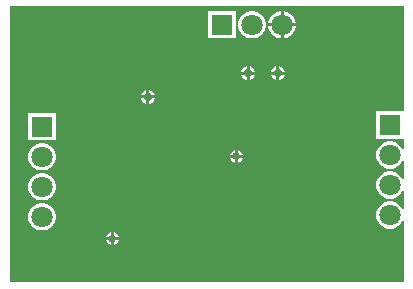
<source format=gbl>
G04*
G04 #@! TF.GenerationSoftware,Altium Limited,Altium Designer,24.5.2 (23)*
G04*
G04 Layer_Physical_Order=2*
G04 Layer_Color=16711680*
%FSLAX25Y25*%
%MOIN*%
G70*
G04*
G04 #@! TF.SameCoordinates,01A352D6-3B51-4183-BB44-945251ACD641*
G04*
G04*
G04 #@! TF.FilePolarity,Positive*
G04*
G01*
G75*
%ADD30R,0.07087X0.07087*%
%ADD31C,0.07087*%
%ADD32R,0.07087X0.07087*%
%ADD33C,0.02800*%
%ADD34C,0.02400*%
G36*
X134552Y60597D02*
X134465Y60134D01*
X134052Y60134D01*
X125378D01*
Y51047D01*
X134052D01*
X134465Y51047D01*
X134552Y50584D01*
Y47656D01*
X134052Y47522D01*
X133557Y48380D01*
X132711Y49226D01*
X131675Y49824D01*
X130519Y50134D01*
X129323D01*
X128168Y49824D01*
X127132Y49226D01*
X126286Y48380D01*
X125688Y47344D01*
X125378Y46189D01*
Y44992D01*
X125688Y43837D01*
X126286Y42801D01*
X127132Y41955D01*
X128168Y41357D01*
X129323Y41047D01*
X130519D01*
X131675Y41357D01*
X132711Y41955D01*
X133557Y42801D01*
X134052Y43659D01*
X134552Y43525D01*
Y37656D01*
X134052Y37522D01*
X133557Y38380D01*
X132711Y39226D01*
X131675Y39824D01*
X130519Y40134D01*
X129323D01*
X128168Y39824D01*
X127132Y39226D01*
X126286Y38380D01*
X125688Y37344D01*
X125378Y36189D01*
Y34992D01*
X125688Y33837D01*
X126286Y32801D01*
X127132Y31955D01*
X128168Y31357D01*
X129323Y31047D01*
X130519D01*
X131675Y31357D01*
X132711Y31955D01*
X133557Y32801D01*
X134052Y33659D01*
X134552Y33525D01*
Y27656D01*
X134052Y27522D01*
X133557Y28380D01*
X132711Y29226D01*
X131675Y29824D01*
X130519Y30134D01*
X129323D01*
X128168Y29824D01*
X127132Y29226D01*
X126286Y28380D01*
X125688Y27344D01*
X125378Y26189D01*
Y24992D01*
X125688Y23837D01*
X126286Y22801D01*
X127132Y21955D01*
X128168Y21357D01*
X129323Y21047D01*
X130519D01*
X131675Y21357D01*
X132711Y21955D01*
X133557Y22801D01*
X134052Y23659D01*
X134552Y23525D01*
Y3243D01*
X3243D01*
Y95182D01*
X134552D01*
Y60597D01*
D02*
G37*
%LPC*%
G36*
X94598Y93543D02*
X94500D01*
Y89500D01*
X98543D01*
Y89598D01*
X98234Y90754D01*
X97636Y91790D01*
X96790Y92636D01*
X95754Y93234D01*
X94598Y93543D01*
D02*
G37*
G36*
X93500D02*
X93402D01*
X92246Y93234D01*
X91210Y92636D01*
X90364Y91790D01*
X89766Y90754D01*
X89457Y89598D01*
Y89500D01*
X93500D01*
Y93543D01*
D02*
G37*
G36*
X98543Y88500D02*
X94500D01*
Y84457D01*
X94598D01*
X95754Y84766D01*
X96790Y85365D01*
X97636Y86210D01*
X98234Y87246D01*
X98543Y88402D01*
Y88500D01*
D02*
G37*
G36*
X93500D02*
X89457D01*
Y88402D01*
X89766Y87246D01*
X90364Y86210D01*
X91210Y85365D01*
X92246Y84766D01*
X93402Y84457D01*
X93500D01*
Y88500D01*
D02*
G37*
G36*
X84598Y93543D02*
X83402D01*
X82246Y93234D01*
X81210Y92636D01*
X80365Y91790D01*
X79766Y90754D01*
X79457Y89598D01*
Y88402D01*
X79766Y87246D01*
X80365Y86210D01*
X81210Y85365D01*
X82246Y84766D01*
X83402Y84457D01*
X84598D01*
X85754Y84766D01*
X86790Y85365D01*
X87635Y86210D01*
X88234Y87246D01*
X88543Y88402D01*
Y89598D01*
X88234Y90754D01*
X87635Y91790D01*
X86790Y92636D01*
X85754Y93234D01*
X84598Y93543D01*
D02*
G37*
G36*
X78543D02*
X69457D01*
Y84457D01*
X78543D01*
Y93543D01*
D02*
G37*
G36*
X93020Y75225D02*
Y73335D01*
X94910D01*
X94554Y74194D01*
X93879Y74869D01*
X93020Y75225D01*
D02*
G37*
G36*
X92020D02*
X91160Y74869D01*
X90485Y74194D01*
X90129Y73335D01*
X92020D01*
Y75225D01*
D02*
G37*
G36*
X83177D02*
Y73335D01*
X85068D01*
X84712Y74194D01*
X84037Y74869D01*
X83177Y75225D01*
D02*
G37*
G36*
X82177D02*
X81318Y74869D01*
X80643Y74194D01*
X80287Y73335D01*
X82177D01*
Y75225D01*
D02*
G37*
G36*
X94910Y72335D02*
X93020D01*
Y70444D01*
X93879Y70800D01*
X94554Y71475D01*
X94910Y72335D01*
D02*
G37*
G36*
X92020D02*
X90129D01*
X90485Y71475D01*
X91160Y70800D01*
X92020Y70444D01*
Y72335D01*
D02*
G37*
G36*
X85068D02*
X83177D01*
Y70444D01*
X84037Y70800D01*
X84712Y71475D01*
X85068Y72335D01*
D02*
G37*
G36*
X82177D02*
X80287D01*
X80643Y71475D01*
X81318Y70800D01*
X82177Y70444D01*
Y72335D01*
D02*
G37*
G36*
X49713Y67351D02*
Y65461D01*
X51603D01*
X51247Y66320D01*
X50572Y66995D01*
X49713Y67351D01*
D02*
G37*
G36*
X48713D02*
X47853Y66995D01*
X47178Y66320D01*
X46822Y65461D01*
X48713D01*
Y67351D01*
D02*
G37*
G36*
X51603Y64461D02*
X49713D01*
Y62570D01*
X50572Y62926D01*
X51247Y63601D01*
X51603Y64461D01*
D02*
G37*
G36*
X48713D02*
X46822D01*
X47178Y63601D01*
X47853Y62926D01*
X48713Y62570D01*
Y64461D01*
D02*
G37*
G36*
X18543Y59543D02*
X9457D01*
Y50457D01*
X18543D01*
Y59543D01*
D02*
G37*
G36*
X79240Y47292D02*
Y45618D01*
X80914D01*
X80605Y46364D01*
X79986Y46983D01*
X79240Y47292D01*
D02*
G37*
G36*
X78240D02*
X77494Y46983D01*
X76875Y46364D01*
X76566Y45618D01*
X78240D01*
Y47292D01*
D02*
G37*
G36*
X80914Y44618D02*
X79240D01*
Y42944D01*
X79986Y43253D01*
X80605Y43872D01*
X80914Y44618D01*
D02*
G37*
G36*
X78240D02*
X76566D01*
X76875Y43872D01*
X77494Y43253D01*
X78240Y42944D01*
Y44618D01*
D02*
G37*
G36*
X14598Y49543D02*
X13402D01*
X12246Y49234D01*
X11210Y48636D01*
X10364Y47790D01*
X9766Y46754D01*
X9457Y45598D01*
Y44402D01*
X9766Y43246D01*
X10364Y42210D01*
X11210Y41364D01*
X12246Y40766D01*
X13402Y40457D01*
X14598D01*
X15754Y40766D01*
X16790Y41364D01*
X17636Y42210D01*
X18234Y43246D01*
X18543Y44402D01*
Y45598D01*
X18234Y46754D01*
X17636Y47790D01*
X16790Y48636D01*
X15754Y49234D01*
X14598Y49543D01*
D02*
G37*
G36*
Y39543D02*
X13402D01*
X12246Y39234D01*
X11210Y38636D01*
X10364Y37790D01*
X9766Y36754D01*
X9457Y35598D01*
Y34402D01*
X9766Y33246D01*
X10364Y32210D01*
X11210Y31365D01*
X12246Y30766D01*
X13402Y30457D01*
X14598D01*
X15754Y30766D01*
X16790Y31365D01*
X17636Y32210D01*
X18234Y33246D01*
X18543Y34402D01*
Y35598D01*
X18234Y36754D01*
X17636Y37790D01*
X16790Y38636D01*
X15754Y39234D01*
X14598Y39543D01*
D02*
G37*
G36*
Y29543D02*
X13402D01*
X12246Y29234D01*
X11210Y28635D01*
X10364Y27790D01*
X9766Y26754D01*
X9457Y25598D01*
Y24402D01*
X9766Y23246D01*
X10364Y22210D01*
X11210Y21364D01*
X12246Y20766D01*
X13402Y20457D01*
X14598D01*
X15754Y20766D01*
X16790Y21364D01*
X17636Y22210D01*
X18234Y23246D01*
X18543Y24402D01*
Y25598D01*
X18234Y26754D01*
X17636Y27790D01*
X16790Y28635D01*
X15754Y29234D01*
X14598Y29543D01*
D02*
G37*
G36*
X37902Y19891D02*
Y18216D01*
X39576D01*
X39267Y18963D01*
X38648Y19582D01*
X37902Y19891D01*
D02*
G37*
G36*
X36902D02*
X36155Y19582D01*
X35537Y18963D01*
X35227Y18216D01*
X36902D01*
Y19891D01*
D02*
G37*
G36*
X39576Y17217D02*
X37902D01*
Y15542D01*
X38648Y15852D01*
X39267Y16470D01*
X39576Y17217D01*
D02*
G37*
G36*
X36902D02*
X35227D01*
X35537Y16470D01*
X36155Y15852D01*
X36902Y15542D01*
Y17217D01*
D02*
G37*
%LPD*%
D30*
X74000Y89000D02*
D03*
D31*
X94000D02*
D03*
X84000D02*
D03*
X129921Y45591D02*
D03*
Y35591D02*
D03*
Y25591D02*
D03*
X14000Y45000D02*
D03*
Y35000D02*
D03*
Y25000D02*
D03*
D32*
X129921Y55590D02*
D03*
X14000Y55000D02*
D03*
D33*
X49213Y64961D02*
D03*
X92520Y72835D02*
D03*
X82677D02*
D03*
D34*
X78740Y45118D02*
D03*
X37402Y17717D02*
D03*
M02*

</source>
